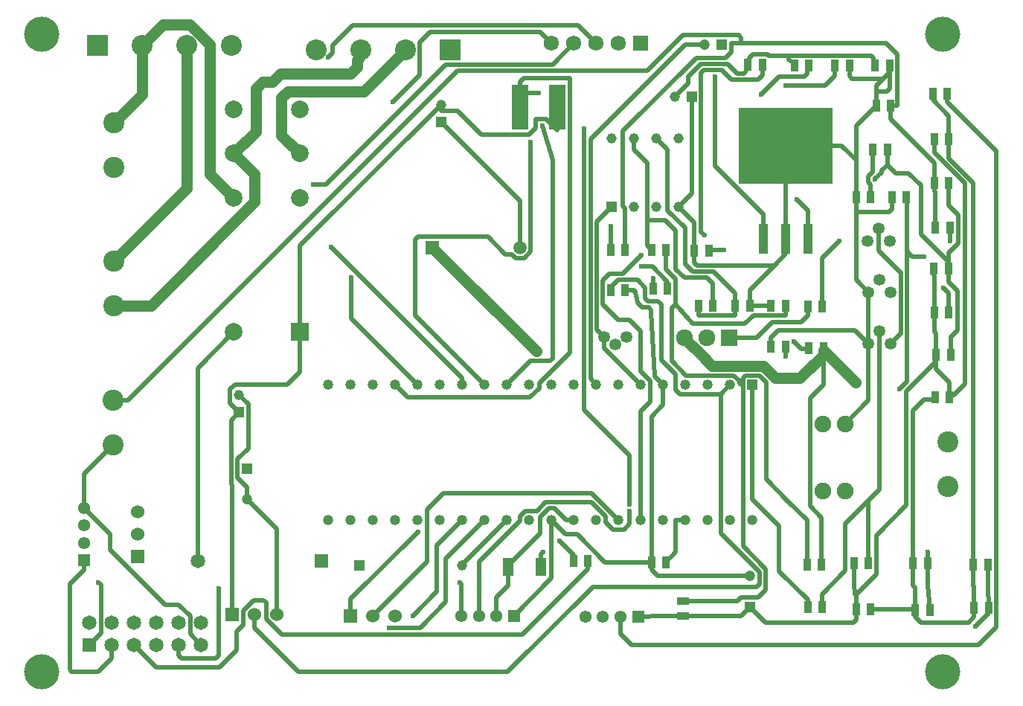
<source format=gtl>
G04*
G04 #@! TF.GenerationSoftware,Altium Limited,Altium Designer,22.2.1 (43)*
G04*
G04 Layer_Physical_Order=1*
G04 Layer_Color=255*
%FSLAX25Y25*%
%MOIN*%
G70*
G04*
G04 #@! TF.SameCoordinates,9B2A0443-DB6B-4A28-8C2A-7826D6EB9F8E*
G04*
G04*
G04 #@! TF.FilePolarity,Positive*
G04*
G01*
G75*
%ADD14R,0.03347X0.05315*%
%ADD15R,0.42126X0.33858*%
%ADD16R,0.03937X0.13386*%
%ADD17R,0.05315X0.03347*%
%ADD18R,0.04921X0.07874*%
%ADD19R,0.07480X0.20079*%
%ADD33C,0.07874*%
%ADD34R,0.07874X0.07874*%
%ADD61C,0.02000*%
%ADD62C,0.05000*%
%ADD63R,0.06496X0.06496*%
%ADD64C,0.06496*%
%ADD65C,0.05315*%
%ADD66R,0.05437X0.05437*%
%ADD67C,0.05437*%
%ADD68R,0.04724X0.04724*%
%ADD69C,0.04724*%
%ADD70C,0.09449*%
%ADD71C,0.04528*%
%ADD72R,0.04528X0.04528*%
%ADD73R,0.05906X0.05906*%
%ADD74C,0.05906*%
%ADD75C,0.09331*%
%ADD76R,0.09331X0.09331*%
%ADD77C,0.07559*%
%ADD78R,0.07559X0.07559*%
%ADD79R,0.04661X0.04661*%
%ADD80C,0.04661*%
%ADD81C,0.15748*%
%ADD82C,0.04559*%
%ADD83R,0.04559X0.04559*%
%ADD84R,0.04528X0.04528*%
%ADD85C,0.06024*%
%ADD86R,0.06024X0.06024*%
%ADD87R,0.04724X0.04724*%
%ADD88C,0.06791*%
%ADD89R,0.06791X0.06791*%
%ADD90R,0.05437X0.05437*%
%ADD91R,0.06024X0.06024*%
%ADD92C,0.07500*%
%ADD93C,0.02362*%
%ADD94C,0.05000*%
%ADD95C,0.03000*%
D14*
X612248Y387000D02*
D03*
X605752D02*
D03*
X630500Y176000D02*
D03*
X624004D02*
D03*
X604500Y155500D02*
D03*
X598004D02*
D03*
X486248Y177000D02*
D03*
X479752D02*
D03*
X630748Y156500D02*
D03*
X624252D02*
D03*
X603500Y176500D02*
D03*
X597004D02*
D03*
X571500Y156000D02*
D03*
X577996D02*
D03*
X556000Y176000D02*
D03*
X549504D02*
D03*
X606500Y289000D02*
D03*
X612996D02*
D03*
X523004Y400000D02*
D03*
X529500D02*
D03*
X543752Y399500D02*
D03*
X550248D02*
D03*
X570500Y176500D02*
D03*
X576996D02*
D03*
X549752Y157000D02*
D03*
X556248D02*
D03*
X549752Y291500D02*
D03*
X556248D02*
D03*
X550252Y273000D02*
D03*
X556748D02*
D03*
X467996Y299000D02*
D03*
X461500D02*
D03*
X613748Y270000D02*
D03*
X607252D02*
D03*
X587500Y340500D02*
D03*
X593996D02*
D03*
X606504Y347000D02*
D03*
X613000D02*
D03*
X579004Y362000D02*
D03*
X585500D02*
D03*
X577996Y340500D02*
D03*
X571500D02*
D03*
X499000Y316500D02*
D03*
X505496D02*
D03*
X586996Y381500D02*
D03*
X580500D02*
D03*
X523748Y292000D02*
D03*
X517252D02*
D03*
X480500Y299500D02*
D03*
X486996D02*
D03*
X486248Y317000D02*
D03*
X479752D02*
D03*
X468000D02*
D03*
X461504D02*
D03*
X613496Y327000D02*
D03*
X607000D02*
D03*
X507248Y292000D02*
D03*
X500752D02*
D03*
X444752Y177500D02*
D03*
X451248D02*
D03*
X612748Y308500D02*
D03*
X606252D02*
D03*
X562000Y399500D02*
D03*
X568496D02*
D03*
X606752Y251000D02*
D03*
X613248D02*
D03*
X580004Y399500D02*
D03*
X586500D02*
D03*
X533252Y273500D02*
D03*
X539748D02*
D03*
X533252Y292000D02*
D03*
X539748D02*
D03*
X613000Y366500D02*
D03*
X606504D02*
D03*
D15*
X540000Y363677D02*
D03*
D16*
X550000Y321945D02*
D03*
X540000D02*
D03*
X530000D02*
D03*
D17*
X494000Y159496D02*
D03*
Y153000D02*
D03*
D18*
X415618Y175000D02*
D03*
X430382D02*
D03*
D19*
X420964Y381000D02*
D03*
X437500D02*
D03*
D33*
X322264Y379929D02*
D03*
Y360087D02*
D03*
Y340244D02*
D03*
X292736Y379929D02*
D03*
Y360087D02*
D03*
Y340244D02*
D03*
Y280165D02*
D03*
D34*
X322264D02*
D03*
D61*
X472103Y298414D02*
G03*
X472102Y298414I-1414J-1414D01*
G01*
X394000Y167902D02*
X394626Y167276D01*
Y153000D02*
Y167276D01*
X293100Y256600D02*
X316500D01*
X290900Y248226D02*
Y254400D01*
X293100Y256600D01*
X522331Y397076D02*
Y399327D01*
X521159Y395904D02*
X522331Y397076D01*
X514000Y400181D02*
X518277Y395904D01*
X522331Y399327D02*
X523677Y400673D01*
X518277Y395904D02*
X521159D01*
X515562Y393200D02*
X527600D01*
X511381Y397381D02*
X515562Y393200D01*
X527600D02*
X529500Y395100D01*
Y400000D01*
X549575Y398827D02*
X550248Y399500D01*
X537000Y394600D02*
X548403D01*
X529000Y386600D02*
X537000Y394600D01*
X549575Y395772D02*
Y398827D01*
X548403Y394600D02*
X549575Y395772D01*
X228000Y140000D02*
X233077Y145077D01*
X232000Y167902D02*
Y168000D01*
X233077Y145077D02*
Y166825D01*
X232000Y167902D02*
X233077Y166825D01*
X602004Y250000D02*
X606752D01*
X385500Y379100D02*
X393000D01*
X238000Y134000D02*
Y140000D01*
X232000Y128000D02*
X238000Y134000D01*
X220000Y128000D02*
X232000D01*
X613248Y252000D02*
X615300D01*
X273250Y144750D02*
X278000Y140000D01*
X273250Y144750D02*
Y152750D01*
X268000Y158000D02*
X273250Y152750D01*
X262000Y158000D02*
X268000D01*
X485000Y256500D02*
Y256500D01*
Y247600D02*
Y256500D01*
X219136Y128864D02*
X220000Y128000D01*
X219136Y128864D02*
Y167236D01*
X248000Y140000D02*
X258000Y130000D01*
X286300D01*
X268000Y140000D02*
X268008Y139992D01*
X269179Y134000D02*
X284628D01*
X268008Y135172D02*
Y139992D01*
X284628Y134000D02*
X285800Y135172D01*
Y165200D01*
X268008Y135172D02*
X269179Y134000D01*
X294000Y137700D02*
Y146000D01*
X286300Y130000D02*
X294000Y137700D01*
X237300Y182700D02*
X262000Y158000D01*
X237300Y182700D02*
Y189574D01*
X499000Y316500D02*
Y329252D01*
Y311172D02*
Y316500D01*
X571500Y156000D02*
Y162700D01*
Y151172D02*
Y156000D01*
X296900Y148900D02*
Y155300D01*
X294000Y146000D02*
X296900Y148900D01*
X581500Y326500D02*
Y326537D01*
Y316500D02*
Y326500D01*
X582000Y209400D02*
Y280498D01*
X591500Y279437D02*
Y306500D01*
X581500Y316500D02*
X591500Y306500D01*
X594300Y316400D02*
X596700Y314000D01*
X602000D01*
X505496Y316800D02*
X512200D01*
X334946Y403242D02*
Y403340D01*
X336823Y408423D02*
X345900Y417500D01*
X336823Y405217D02*
Y408423D01*
X345900Y417500D02*
X447000D01*
X334946Y403340D02*
X336823Y405217D01*
X447000Y417500D02*
X455000Y409500D01*
X380665Y414700D02*
X429800D01*
X375965Y410000D02*
X380665Y414700D01*
X429800D02*
X435000Y409500D01*
X328100Y346300D02*
X333887D01*
X387621Y400035D01*
X462173Y300828D02*
X464845Y303500D01*
X462173Y299673D02*
Y300828D01*
X464845Y303500D02*
X473463D01*
X461500Y299000D02*
X462173Y299673D01*
X458027Y303327D02*
X461000Y306300D01*
X394000Y167902D02*
Y168000D01*
X387700Y178452D02*
X405000Y195752D01*
X376100Y147500D02*
X387700Y159100D01*
Y178452D01*
X570500Y167300D02*
X570912Y162648D01*
X531000Y150000D02*
X570328D01*
X524000Y157000D02*
X531000Y150000D01*
X570328D02*
X571500Y151172D01*
Y303500D02*
Y334000D01*
Y340500D01*
X587500Y335172D02*
Y340500D01*
X586328Y334000D02*
X587500Y335172D01*
X571500Y334000D02*
X586328D01*
X545000Y339481D02*
X550000Y334481D01*
Y321945D02*
Y334481D01*
X363900Y383100D02*
X375965Y395165D01*
X477935Y397235D02*
X493900Y413200D01*
X585000Y409500D02*
X590000Y404500D01*
X467000Y370162D02*
X499819Y402981D01*
X518828Y413200D02*
X520000Y412028D01*
X512881Y402981D02*
X515600Y405700D01*
X590000Y381500D02*
Y404500D01*
X586996Y381500D02*
X590000D01*
X586996Y375408D02*
Y381500D01*
X493900Y413200D02*
X518828D01*
X586996Y375408D02*
X606504Y355900D01*
X468000Y317000D02*
Y335400D01*
X467000Y336400D02*
X468000Y335400D01*
X238500Y249500D02*
X245100D01*
X607000Y327000D02*
Y342850D01*
X245100Y249500D02*
X392835Y397235D01*
X520000Y409500D02*
X585000D01*
X499819Y402981D02*
X512881D01*
X606504Y347000D02*
Y355900D01*
Y343346D02*
X607000Y342850D01*
X392835Y397235D02*
X477935D01*
X515600Y409500D02*
X520000D01*
X515600Y405700D02*
Y409500D01*
X606504Y343346D02*
Y347000D01*
X520000Y409500D02*
Y412028D01*
X467000Y336400D02*
Y370162D01*
X612996Y289000D02*
Y297704D01*
X610700Y300000D02*
X612996Y297704D01*
X517252Y287500D02*
Y297600D01*
X499000Y311172D02*
X500172Y310000D01*
X507652Y307200D02*
X517252Y297600D01*
X490601Y308241D02*
X494442Y304400D01*
X494800Y310600D02*
X498200Y307200D01*
X494442Y304400D02*
X504700D01*
X534943Y310000D02*
X540000Y315057D01*
X498200Y307200D02*
X507652D01*
X504700Y304400D02*
X507248Y301852D01*
X500172Y310000D02*
X534943D01*
X523748Y298805D02*
X534943Y310000D01*
X583701Y393701D02*
X586500Y396500D01*
Y399500D01*
Y389172D02*
Y396500D01*
X569668Y393701D02*
X583701D01*
X580500Y381500D02*
Y388000D01*
X585328D01*
X586500Y389172D01*
X580500Y388000D02*
Y390500D01*
X583701Y393701D01*
X475533Y291200D02*
X478473D01*
X473756Y292977D02*
X474147Y292586D01*
X478135Y294000D02*
X482600D01*
X484200Y292400D01*
X476963Y295172D02*
Y300000D01*
X473621Y293515D02*
X473756Y292977D01*
X474147Y292586D02*
X475533Y291200D01*
X472494Y298023D02*
X473621Y293515D01*
X479645Y290028D02*
X479691Y289316D01*
X476963Y295172D02*
X478135Y294000D01*
X479691Y289316D02*
X481388Y260112D01*
X478473Y291200D02*
X479645Y290028D01*
X467996Y299000D02*
X471517D01*
X472102Y298414D01*
X472103Y298414D02*
X472494Y298023D01*
X473463Y303500D02*
X476963Y300000D01*
X484200Y267589D02*
Y292400D01*
X481926Y259574D02*
X485000Y256500D01*
X481388Y260112D02*
X481926Y259574D01*
X470000Y285700D02*
X475000Y280700D01*
Y262400D02*
X479200Y258200D01*
X475000Y262400D02*
Y280700D01*
X465000Y285700D02*
X470000D01*
X546750Y272650D02*
X549902D01*
X550252Y273000D01*
X543500Y275900D02*
X546750Y272650D01*
X577996Y156000D02*
X597504D01*
X598004Y155500D01*
X528200Y167172D02*
Y172600D01*
X527028Y166000D02*
X528200Y167172D01*
X415300Y127800D02*
X453500Y166000D01*
X527028D01*
X531000Y164662D02*
Y174000D01*
X519800Y161162D02*
X527500D01*
X531000Y164662D01*
X520800Y184200D02*
X531000Y174000D01*
X307100Y151500D02*
Y158828D01*
X296900Y155300D02*
X301600Y160000D01*
X305928D01*
X307100Y158828D01*
X496295Y394496D02*
X501980Y400181D01*
X502064Y325036D02*
Y388509D01*
X501968Y396210D02*
X503140Y397381D01*
X511381D01*
X501968Y388605D02*
Y396210D01*
X502064Y325036D02*
X503700Y323400D01*
X496295Y391669D02*
Y394496D01*
X501968Y388605D02*
X502064Y388509D01*
X501980Y400181D02*
X514000D01*
X490126Y385500D02*
X496295Y391669D01*
X508400Y354600D02*
Y394400D01*
X541339Y402329D02*
Y404000D01*
X531919Y404458D02*
X532376Y404000D01*
X523677Y400673D02*
Y402828D01*
X525306Y404458D01*
X532376Y404000D02*
X541339D01*
X525306Y404458D02*
X531919D01*
X541839Y404000D02*
X578159D01*
X543752Y399500D02*
Y400484D01*
X541339Y402329D02*
X542510Y401158D01*
X543079D02*
X543752Y400484D01*
X542510Y401158D02*
X543079D01*
X568496Y394872D02*
Y399500D01*
Y394872D02*
X569668Y393701D01*
X579331Y400173D02*
X580004Y399500D01*
X579331Y400173D02*
Y402828D01*
X578159Y404000D02*
X579331Y402828D01*
X395000Y175752D02*
X415000Y195752D01*
X395000Y175500D02*
Y175752D01*
X417188Y314961D02*
X418901Y313247D01*
X425700Y316109D02*
Y365200D01*
X422839Y313247D02*
X425700Y316109D01*
X414339Y314961D02*
X417188D01*
X418901Y313247D02*
X422839D01*
X406500Y322800D02*
X414339Y314961D01*
X375187Y322800D02*
X406500D01*
X374016Y321628D02*
X375187Y322800D01*
X374016Y287484D02*
X405000Y256500D01*
X374016Y287484D02*
Y321628D01*
X470000Y203000D02*
Y224800D01*
X582917Y352417D02*
X585500Y355000D01*
X582917Y351696D02*
Y352417D01*
X580019Y348798D02*
X582917Y351696D01*
X577038Y349935D02*
X579004Y351901D01*
Y362000D01*
X580019Y348700D02*
Y348798D01*
X577038Y347116D02*
Y349935D01*
Y347116D02*
X577996Y346158D01*
Y340500D02*
Y346158D01*
X590900Y254500D02*
X594300Y257900D01*
X594000Y202400D02*
Y253600D01*
X607252Y266852D01*
X594300Y257900D02*
Y316400D01*
X580500Y188900D02*
X594000Y202400D01*
X556748Y270000D02*
Y272016D01*
Y273000D01*
X531300Y214100D02*
Y257407D01*
X519131Y257095D02*
X519781Y256444D01*
X520219D01*
X520869Y255794D01*
Y259576D02*
X521924Y260631D01*
X528076D02*
X531300Y257407D01*
X520869Y255794D02*
Y259576D01*
X516711Y260631D02*
X519131Y258211D01*
X488900Y267089D02*
X495359Y260631D01*
X521924D02*
X528076D01*
X520800Y184200D02*
Y255794D01*
X519131Y257095D02*
Y258211D01*
X495359Y260631D02*
X516711D01*
X539748Y269300D02*
Y273500D01*
X556748Y256500D02*
Y270000D01*
X449600Y245200D02*
X470000Y224800D01*
X449600Y245200D02*
Y371100D01*
X550900Y250652D02*
X556748Y256500D01*
X550900Y202100D02*
Y250652D01*
Y202100D02*
X556000Y197000D01*
X531300Y214100D02*
X540719Y204681D01*
X452427Y259073D02*
Y366627D01*
X435416Y357348D02*
X435500Y356773D01*
X430900Y372400D02*
X435416Y357348D01*
X435500Y268272D02*
Y356773D01*
X443100Y270740D02*
Y394000D01*
X425600Y267100D02*
X434328D01*
X429500Y255000D02*
Y257140D01*
X434328Y267100D02*
X435500Y268272D01*
X429500Y257140D02*
X443100Y270740D01*
X624004Y310276D02*
Y346896D01*
Y176000D02*
Y310276D01*
Y170780D02*
Y176000D01*
Y166348D02*
Y170780D01*
X571500Y357177D02*
Y372500D01*
Y340500D02*
Y357177D01*
X607252Y266852D02*
Y270000D01*
Y263496D02*
Y266852D01*
X613248Y252000D02*
Y257500D01*
Y251000D02*
Y252000D01*
X540719Y204681D02*
X549504Y195896D01*
X420964Y387300D02*
Y392300D01*
Y387300D02*
X429200D01*
X594300Y316400D02*
Y339500D01*
X612748Y311552D02*
Y315448D01*
Y308500D02*
Y311552D01*
X585500Y355000D02*
Y362000D01*
X477900Y354000D02*
Y356000D01*
Y330100D02*
Y354000D01*
Y318852D02*
Y330100D01*
X566700Y194100D02*
X576996Y204396D01*
X225500Y173600D02*
Y177752D01*
X219136Y167236D02*
X225500Y173600D01*
X613496Y320784D02*
Y327000D01*
X312000Y153500D02*
Y191720D01*
X298500Y205220D02*
X312000Y191720D01*
X570500Y167300D02*
Y176500D01*
X484400Y153000D02*
X494000D01*
X473748Y152500D02*
X484400Y153000D01*
X420870Y318000D02*
Y338756D01*
X385500Y374126D02*
X420870Y338756D01*
X455227Y329479D02*
X462000Y336252D01*
X455227Y281273D02*
Y329479D01*
Y281273D02*
X458500Y278000D01*
X498000Y342252D02*
Y385500D01*
X492000Y336252D02*
X498000Y342252D01*
X607252Y263496D02*
X613248Y257500D01*
X533252Y273500D02*
Y277500D01*
X536652Y280900D01*
X571037D01*
X577000Y274937D01*
X566500Y239000D02*
X577000Y249500D01*
Y274937D01*
X571500Y303500D02*
X577000Y298000D01*
X603500Y167000D02*
Y176500D01*
Y167000D02*
X604500Y155500D01*
X603500Y176500D02*
Y181600D01*
X630500Y166548D02*
Y176000D01*
Y166548D02*
X630748Y156500D01*
X490469Y292500D02*
Y304000D01*
Y292500D02*
X498400Y283800D01*
X521726D01*
X525426Y287500D01*
X539748D01*
Y292000D01*
X430382Y175000D02*
Y180582D01*
X431200Y181400D01*
X488900Y267089D02*
Y290931D01*
X490469Y292500D01*
X486248Y308221D02*
X490469Y304000D01*
X486248Y308221D02*
Y317000D01*
X494000Y159496D02*
X518134D01*
X519800Y161162D01*
X549504Y176000D02*
Y195896D01*
X461504Y317000D02*
Y327500D01*
X593996Y340500D02*
X594300Y339500D01*
X307100Y151500D02*
X314165Y144435D01*
X421835D01*
X451248Y173848D01*
Y177500D01*
X494800Y310600D02*
Y326800D01*
X487000Y334600D02*
X494800Y326800D01*
X487000Y334600D02*
Y362000D01*
X482000Y367000D02*
X487000Y362000D01*
X302000Y147497D02*
Y153500D01*
Y147497D02*
X321697Y127800D01*
X415300D01*
X510800Y190000D02*
X528200Y172600D01*
X510800Y190000D02*
Y252300D01*
X515000Y256500D01*
X484200Y267589D02*
X490571Y261219D01*
Y254229D02*
Y261219D01*
Y254229D02*
X492500Y252300D01*
X510800D01*
X494800Y409000D02*
X503500D01*
X452427Y366627D02*
X494800Y409000D01*
X452427Y259073D02*
X455000Y256500D01*
X415000D02*
X425600Y267100D01*
X336100Y318300D02*
X395000Y259400D01*
Y256500D02*
Y259400D01*
X435535Y400035D02*
X445000Y409500D01*
X387621Y400035D02*
X435535D01*
X362200Y147500D02*
X376100D01*
X355000Y153000D02*
X379200Y177200D01*
Y200500D01*
X386436Y207736D01*
X453016D01*
X465000Y195752D01*
X466900Y306300D02*
X475200Y314600D01*
X461000Y306300D02*
X466900D01*
X458027Y292673D02*
Y303327D01*
Y292673D02*
X465000Y285700D01*
X479200Y248900D02*
Y258200D01*
X475000Y244700D02*
X479200Y248900D01*
X475000Y195752D02*
Y244700D01*
X470000Y194100D02*
Y199883D01*
X467500Y191600D02*
X470000Y194100D01*
X462500Y191600D02*
X467500D01*
X459200Y194900D02*
X462500Y191600D01*
X459200Y194900D02*
Y197500D01*
X452850Y203850D02*
X459200Y197500D01*
X432350Y203850D02*
X452850D01*
X428500Y200000D02*
X432350Y203850D01*
X423300Y200000D02*
X428500D01*
X420800Y197500D02*
X423300Y200000D01*
X420800Y195400D02*
Y197500D01*
X402500Y177100D02*
X420800Y195400D01*
X402500Y153000D02*
Y177100D01*
X556248Y291500D02*
Y313248D01*
X564000Y321000D01*
X566700Y173052D02*
Y194100D01*
X556248Y162600D02*
X566700Y173052D01*
X556248Y157000D02*
Y162600D01*
X576996Y204396D02*
X582000Y209400D01*
X576996Y176500D02*
Y204396D01*
X530000Y321945D02*
Y333000D01*
X508400Y354600D02*
X530000Y333000D01*
X345200Y286300D02*
X375000Y256500D01*
X345200Y286300D02*
Y304400D01*
X375965Y395165D02*
Y410000D01*
X225500Y201374D02*
X237300Y189574D01*
X383700Y184452D02*
X395000Y195752D01*
X383700Y163900D02*
Y184452D01*
X372800Y153000D02*
X383700Y163900D01*
X322264Y280165D02*
Y318764D01*
X385500Y382000D01*
Y379100D02*
Y382000D01*
X393000Y379100D02*
X403600Y368500D01*
X425000D01*
X427919Y371419D01*
Y375381D01*
X432500D01*
X437500Y370381D01*
Y381000D01*
X480500Y299500D02*
Y304100D01*
X540000Y363677D02*
X565000D01*
X571500Y357177D01*
X345000Y160600D02*
X375100Y190700D01*
X345000Y153000D02*
Y160600D01*
X494000Y153000D02*
X520000D01*
X524000Y157000D01*
X444752Y177500D02*
Y180300D01*
X438600Y186452D02*
X444752Y180300D01*
X459014Y177000D02*
X479752D01*
X446581Y189433D02*
X459014Y177000D01*
X441319Y189433D02*
X446581D01*
X435000Y195752D02*
X441319Y189433D01*
X441700Y195752D02*
X445000D01*
X436402Y201050D02*
X441700Y195752D01*
X433750Y201050D02*
X436402D01*
X430000Y197300D02*
X433750Y201050D01*
X430000Y189835D02*
Y197300D01*
X415618Y175453D02*
X430000Y189835D01*
X415618Y175000D02*
Y175453D01*
X465874Y145000D02*
Y152500D01*
Y145000D02*
X470874Y140000D01*
X626259D01*
X634300Y148041D01*
Y361048D01*
X612248Y383100D02*
X634300Y361048D01*
X612248Y383100D02*
Y387000D01*
X630748Y154148D02*
Y156500D01*
X624800Y148200D02*
X630748Y154148D01*
X571500Y162700D02*
X580500Y171700D01*
Y188900D01*
X612748Y315448D02*
X617300Y320000D01*
Y332550D01*
X613000Y336850D02*
X617300Y332550D01*
X613000Y336850D02*
Y347000D01*
X600500Y323800D02*
X612748Y311552D01*
X600500Y323800D02*
Y345800D01*
X595000Y351300D02*
X600500Y345800D01*
X589200Y351300D02*
X595000D01*
X585500Y355000D02*
X589200Y351300D01*
X420964Y392300D02*
X422664Y394000D01*
X443100D01*
X425300Y250800D02*
X429500Y255000D01*
X370700Y250800D02*
X425300D01*
X365000Y256500D02*
X370700Y250800D01*
X420964Y381000D02*
Y387300D01*
X539800Y390600D02*
X557600D01*
X562000Y395000D01*
Y399500D01*
X486996Y299500D02*
Y302604D01*
X480100Y309500D02*
X486996Y302604D01*
X475200Y309500D02*
X480100D01*
X613000Y357900D02*
Y366500D01*
Y357900D02*
X624004Y346896D01*
X615300Y252000D02*
X620100Y256800D01*
Y346804D01*
X606504Y360400D02*
X620100Y346804D01*
X606504Y360400D02*
Y366500D01*
X606252Y305422D02*
Y308500D01*
Y305422D02*
X606500Y305174D01*
Y289000D02*
Y305174D01*
X613748Y270000D02*
Y277948D01*
X616800Y281000D01*
Y298522D01*
X612748Y302574D02*
X616800Y298522D01*
X612748Y302574D02*
Y308500D01*
X477900Y330100D02*
X485971D01*
X490601Y325470D01*
Y308241D02*
Y325470D01*
X507248Y292000D02*
Y301852D01*
X549752Y287500D02*
Y291500D01*
X546952Y284700D02*
X549752Y287500D01*
X534000Y284700D02*
X546952D01*
X526800Y277500D02*
X534000Y284700D01*
X514500Y277500D02*
X526800D01*
X505496Y316500D02*
Y316800D01*
X571500Y372500D02*
X580500Y381500D01*
X523748Y292000D02*
Y298805D01*
X540000Y315057D02*
Y321945D01*
X276488Y177500D02*
Y263917D01*
X292736Y280165D01*
X435000Y169752D02*
Y195752D01*
X418248Y153000D02*
X435000Y169752D01*
X479752Y242352D02*
X485000Y247600D01*
X479752Y177000D02*
Y242352D01*
Y173548D02*
Y177000D01*
Y173548D02*
X482520Y170780D01*
X524000D01*
X598004Y152500D02*
Y155500D01*
Y152500D02*
X600504Y150000D01*
X621752D01*
X624252Y152500D01*
Y156500D01*
X458500Y273000D02*
Y278000D01*
Y273000D02*
X475000Y256500D01*
X322264Y262364D02*
Y280165D01*
X316500Y256600D02*
X322264Y262364D01*
X290900Y248226D02*
X295000Y244126D01*
X490700Y195752D02*
X495000D01*
X490700Y181452D02*
Y195752D01*
X486248Y177000D02*
X490700Y181452D01*
X225500Y201374D02*
Y216500D01*
X238500Y229500D01*
X492000Y336252D02*
X499000Y329252D01*
X605752Y384048D02*
Y387000D01*
Y384048D02*
X613000Y376800D01*
Y366500D02*
Y376800D01*
X525000Y205100D02*
Y256500D01*
Y205100D02*
X537000Y193100D01*
Y173000D02*
Y193100D01*
Y173000D02*
X549752Y160248D01*
Y157000D02*
Y160248D01*
X472000Y361900D02*
Y367000D01*
Y361900D02*
X477900Y356000D01*
Y318852D02*
X479752Y317000D01*
X606752Y250000D02*
Y251000D01*
X597004Y245000D02*
X602004Y250000D01*
X597004Y176500D02*
Y245000D01*
X587000Y274937D02*
X591500Y279437D01*
X606500Y280252D02*
Y289000D01*
Y280252D02*
X607252Y279500D01*
Y270000D02*
Y279500D01*
X292000Y153500D02*
Y211576D01*
X291538Y212038D02*
X292000Y211576D01*
X291538Y212038D02*
Y240664D01*
X295000Y244126D01*
Y252000D02*
X299100Y247900D01*
Y227962D02*
Y247900D01*
X294338Y223200D02*
X299100Y227962D01*
X294338Y214800D02*
Y223200D01*
Y214800D02*
X298500Y210638D01*
Y205220D02*
Y210638D01*
X556000Y176000D02*
Y197000D01*
X500752Y287500D02*
Y292000D01*
Y287500D02*
X517252D01*
X624004Y166348D02*
X624252Y166100D01*
Y156500D02*
Y166100D01*
X597004Y166500D02*
Y176500D01*
Y166500D02*
X598004Y165500D01*
Y155500D02*
Y165500D01*
X415618Y166544D02*
Y175000D01*
X410374Y161300D02*
X415618Y166544D01*
X410374Y153000D02*
Y161300D01*
X540000Y321945D02*
Y363677D01*
X523748Y292000D02*
X533252D01*
X577000Y274937D02*
Y298000D01*
D62*
X313700Y396000D02*
X345071D01*
X348000Y398929D01*
X310000Y392300D02*
X313700Y396000D01*
X348671Y405671D02*
X349500Y406500D01*
X348671Y402609D02*
Y405671D01*
X348000Y398929D02*
Y401938D01*
X348671Y402609D01*
X316929Y388000D02*
X351000D01*
X314000Y385071D02*
X316929Y388000D01*
X314000Y368350D02*
Y385071D01*
Y368350D02*
X322264Y360087D01*
X351000Y388000D02*
X369500Y406500D01*
X305429Y392300D02*
X310000D01*
X302500Y389371D02*
X305429Y392300D01*
X302500Y369850D02*
Y389371D01*
X255500Y292000D02*
X302000Y338500D01*
X292736Y360087D02*
X302000Y350823D01*
Y338500D02*
Y350823D01*
X272840Y418000D02*
X282000Y408841D01*
X251500Y408500D02*
X261000Y418000D01*
X272840D01*
X282000Y350980D02*
Y408841D01*
Y350980D02*
X292736Y340244D01*
X556748Y272016D02*
X571264Y257500D01*
X495330Y276658D02*
X501568Y270421D01*
X507069Y264931D02*
X529857D01*
X535288Y259500D02*
X546248D01*
X529857Y264931D02*
X535288Y259500D01*
X495330Y276658D02*
Y276670D01*
X501580Y270421D02*
X507069Y264931D01*
X546248Y259500D02*
X556748Y270000D01*
X494500Y277500D02*
X495330Y276670D01*
X501568Y270421D02*
X501580D01*
X381500Y318000D02*
X428100Y271400D01*
X251500Y386500D02*
Y408500D01*
X239000Y374000D02*
X251500Y386500D01*
X239000Y312000D02*
X271500Y344500D01*
Y408500D01*
X239000Y292000D02*
X255500D01*
X292736Y360087D02*
X302500Y369850D01*
D63*
X228000Y140000D02*
D03*
X332000Y177500D02*
D03*
D64*
X228000Y150000D02*
D03*
X238000Y140000D02*
D03*
Y150000D02*
D03*
X248000Y140000D02*
D03*
Y150000D02*
D03*
X258000Y140000D02*
D03*
Y150000D02*
D03*
X268000Y140000D02*
D03*
Y150000D02*
D03*
X278000Y140000D02*
D03*
Y150000D02*
D03*
X276488Y177500D02*
D03*
D65*
X577000Y274937D02*
D03*
X582000Y280437D02*
D03*
X587000Y274937D02*
D03*
X577000Y298000D02*
D03*
X582000Y303500D02*
D03*
X587000Y298000D02*
D03*
X576500Y321000D02*
D03*
X581500Y326500D02*
D03*
X586500Y321000D02*
D03*
X458500Y278000D02*
D03*
X463500Y274654D02*
D03*
X468500Y278000D02*
D03*
D66*
X473748Y152500D02*
D03*
X418248Y153000D02*
D03*
D67*
X465874Y152500D02*
D03*
X458000D02*
D03*
X450126D02*
D03*
X394626Y153000D02*
D03*
X402500D02*
D03*
X410374D02*
D03*
X225500Y185626D02*
D03*
Y193500D02*
D03*
Y201374D02*
D03*
D68*
X524000Y157000D02*
D03*
X298500Y219000D02*
D03*
D69*
X524000Y170780D02*
D03*
X298500Y205220D02*
D03*
X503500Y409000D02*
D03*
D70*
X239000Y374000D02*
D03*
Y354000D02*
D03*
Y312000D02*
D03*
Y292000D02*
D03*
X238500Y229500D02*
D03*
Y249500D02*
D03*
X612500Y231000D02*
D03*
Y211000D02*
D03*
D71*
X295000Y252000D02*
D03*
X395000Y175500D02*
D03*
X385500Y382000D02*
D03*
X490126Y385500D02*
D03*
D72*
X295000Y244126D02*
D03*
X385500Y374126D02*
D03*
D73*
X381500Y318000D02*
D03*
D74*
X420870D02*
D03*
D75*
X329500Y406500D02*
D03*
X349500D02*
D03*
X369500D02*
D03*
X291500Y408500D02*
D03*
X271500D02*
D03*
X251500D02*
D03*
D76*
X389500Y406500D02*
D03*
X231500Y408500D02*
D03*
D77*
X494500Y277500D02*
D03*
X504500D02*
D03*
D78*
X514500D02*
D03*
D79*
X525000Y256500D02*
D03*
D80*
X515000D02*
D03*
X505000D02*
D03*
X495000D02*
D03*
X485000D02*
D03*
X475000D02*
D03*
X465000D02*
D03*
X455000D02*
D03*
X445000D02*
D03*
X435000D02*
D03*
X425000D02*
D03*
X415000D02*
D03*
X405000D02*
D03*
X395000D02*
D03*
X385000D02*
D03*
X375000D02*
D03*
X365000D02*
D03*
X355000D02*
D03*
X345000D02*
D03*
X335000D02*
D03*
Y195752D02*
D03*
X345000D02*
D03*
X355000D02*
D03*
X365000D02*
D03*
X375000D02*
D03*
X385000D02*
D03*
X395000D02*
D03*
X405000D02*
D03*
X415000D02*
D03*
X425000D02*
D03*
X435000D02*
D03*
X445000D02*
D03*
X455000D02*
D03*
X465000D02*
D03*
X475000D02*
D03*
X485000D02*
D03*
X495000D02*
D03*
X505000D02*
D03*
X515000D02*
D03*
X525000D02*
D03*
D81*
X206693Y413386D02*
D03*
Y127953D02*
D03*
X610236D02*
D03*
Y413386D02*
D03*
D82*
X462000Y367000D02*
D03*
X472000D02*
D03*
X482000D02*
D03*
X492000D02*
D03*
Y336252D02*
D03*
X482000D02*
D03*
X472000D02*
D03*
D83*
X462000D02*
D03*
D84*
X348937Y175500D02*
D03*
X498000Y385500D02*
D03*
D85*
X365000Y153000D02*
D03*
X355000D02*
D03*
X302000Y153500D02*
D03*
X312000D02*
D03*
X249500Y189500D02*
D03*
Y199500D02*
D03*
D86*
X345000Y153000D02*
D03*
X292000Y153500D02*
D03*
D87*
X511374Y409000D02*
D03*
D88*
X435000Y409500D02*
D03*
X445000D02*
D03*
X455000D02*
D03*
X465000D02*
D03*
D89*
X475000D02*
D03*
D90*
X225500Y177752D02*
D03*
D91*
X249500Y179500D02*
D03*
D92*
X566500Y239000D02*
D03*
X556500D02*
D03*
Y209000D02*
D03*
X566500D02*
D03*
D93*
X232000Y168000D02*
D03*
X602000Y314000D02*
D03*
X529000Y386600D02*
D03*
X334946Y403242D02*
D03*
X328100Y346300D02*
D03*
X394000Y168000D02*
D03*
X363900Y383100D02*
D03*
X610700Y300000D02*
D03*
X508400Y394400D02*
D03*
X470000Y203000D02*
D03*
X580019Y348700D02*
D03*
X590900Y254500D02*
D03*
X539748Y269300D02*
D03*
X449600Y371100D02*
D03*
X545000Y339481D02*
D03*
X624004Y310276D02*
D03*
X613496Y320784D02*
D03*
X624004Y170780D02*
D03*
X603500Y181600D02*
D03*
X431200Y181400D02*
D03*
X540719Y204681D02*
D03*
X461504Y327500D02*
D03*
X430900Y372400D02*
D03*
X425700Y365200D02*
D03*
X336100Y318300D02*
D03*
X362200Y147500D02*
D03*
X285800Y165200D02*
D03*
X503700Y323400D02*
D03*
X475200Y314600D02*
D03*
X470000Y199883D02*
D03*
X564000Y321000D02*
D03*
X345200Y304400D02*
D03*
X372800Y153000D02*
D03*
X480500Y304100D02*
D03*
X375100Y190700D02*
D03*
X438600Y186452D02*
D03*
X624800Y148200D02*
D03*
X429200Y387300D02*
D03*
X539800Y390600D02*
D03*
X475200Y309500D02*
D03*
X512200Y316800D02*
D03*
X543500Y275900D02*
D03*
D94*
X571264Y257500D02*
D03*
D95*
X428100Y271400D02*
D03*
M02*

</source>
